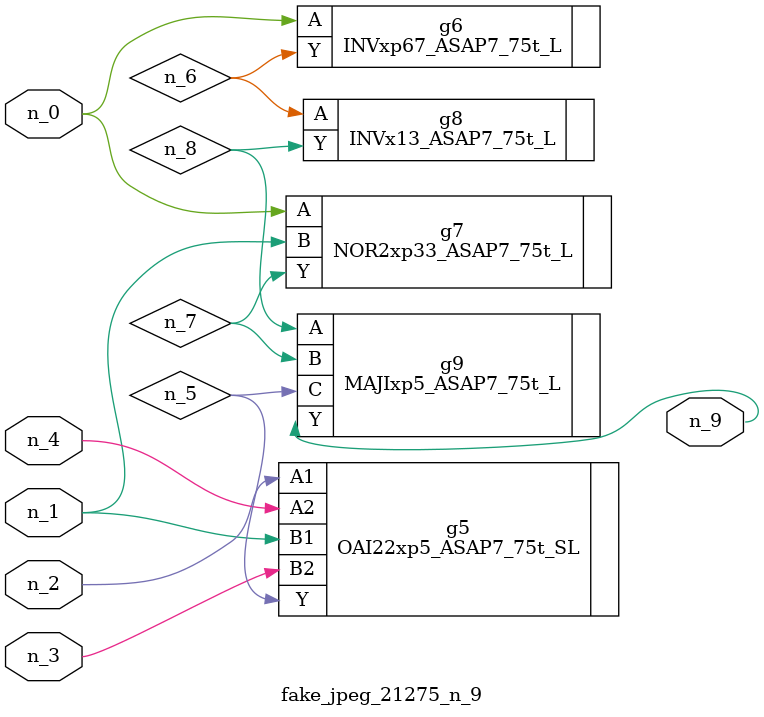
<source format=v>
module fake_jpeg_21275_n_9 (n_3, n_2, n_1, n_0, n_4, n_9);

input n_3;
input n_2;
input n_1;
input n_0;
input n_4;

output n_9;

wire n_8;
wire n_6;
wire n_5;
wire n_7;

OAI22xp5_ASAP7_75t_SL g5 ( 
.A1(n_2),
.A2(n_4),
.B1(n_1),
.B2(n_3),
.Y(n_5)
);

INVxp67_ASAP7_75t_L g6 ( 
.A(n_0),
.Y(n_6)
);

NOR2xp33_ASAP7_75t_L g7 ( 
.A(n_0),
.B(n_1),
.Y(n_7)
);

INVx13_ASAP7_75t_L g8 ( 
.A(n_6),
.Y(n_8)
);

MAJIxp5_ASAP7_75t_L g9 ( 
.A(n_8),
.B(n_7),
.C(n_5),
.Y(n_9)
);


endmodule
</source>
